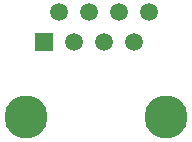
<source format=gtl>
G04 #@! TF.FileFunction,Copper,L1,Top,Signal*
%FSLAX46Y46*%
G04 Gerber Fmt 4.6, Leading zero omitted, Abs format (unit mm)*
G04 Created by KiCad (PCBNEW 4.0.7-e2-6376~58~ubuntu16.04.1) date Sat Jan 13 09:50:08 2018*
%MOMM*%
%LPD*%
G01*
G04 APERTURE LIST*
%ADD10C,0.100000*%
%ADD11C,3.650000*%
%ADD12R,1.500000X1.500000*%
%ADD13C,1.500000*%
G04 APERTURE END LIST*
D10*
D11*
X158881000Y-111354000D03*
X147011000Y-111354000D03*
D12*
X148501000Y-105004000D03*
D13*
X149771000Y-102464000D03*
X151041000Y-105004000D03*
X152311000Y-102464000D03*
X153581000Y-105004000D03*
X154851000Y-102464000D03*
X156121000Y-105004000D03*
X157391000Y-102464000D03*
M02*

</source>
